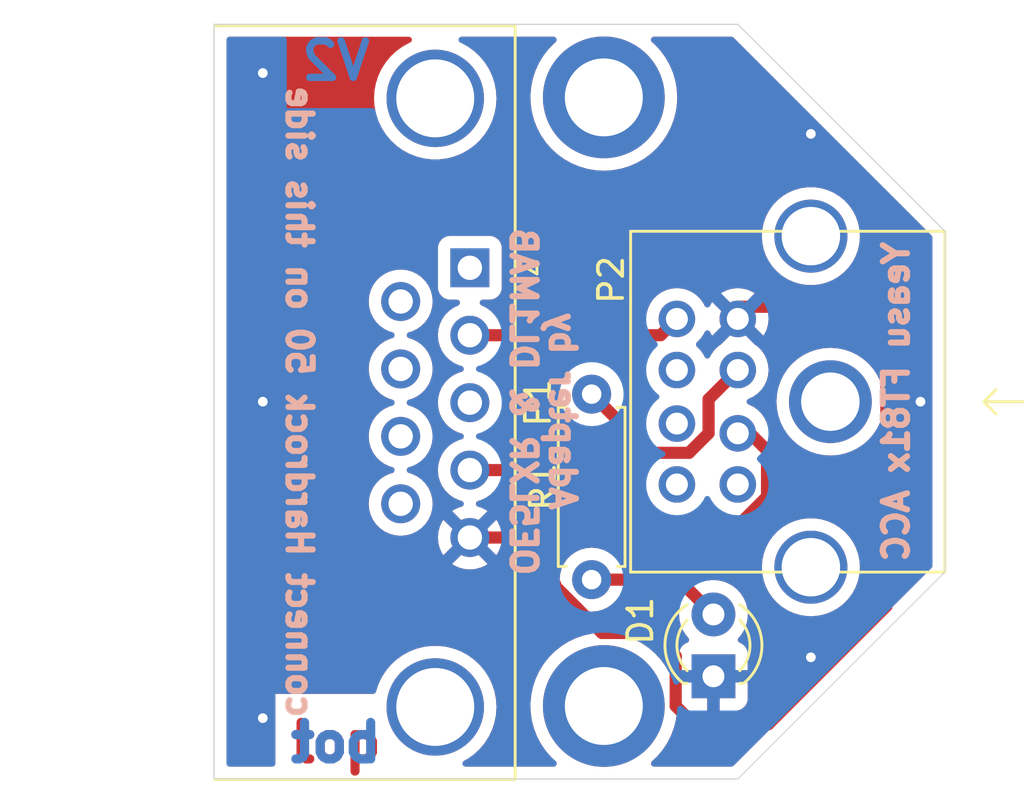
<source format=kicad_pcb>
(kicad_pcb (version 20211014) (generator pcbnew)
  (title_block (date "2023-04-08") (rev "2") (company "generationmake"))
  (layers (0 "F.Cu" signal) (31 "B.Cu" signal) (34 "B.Paste" user) (35 "F.Paste" user) (36 "B.SilkS" user "B.Silkscreen") (37 "F.SilkS" user "F.Silkscreen") (38 "B.Mask" user) (39 "F.Mask" user) (44 "Edge.Cuts" user))
  (net 0 "")
  (net 1 "GND")
  (net 2 "/PTT")
  (net 3 "/BAND_DATA")
  (net 4 "Net-(D1-Pad2)")
  (net 5 "/+13.8V")
  (footprint "mechanical-connectors:MiniDIN_8" (layer "F.Cu") (at 116 126.5 90)
    (fp_text reference "P2" (at 5 -13.7 90) (layer "F.SilkS"))
    (fp_text value "KMDGX-8S-BS")
    (fp_line (start 0 3.2) (end 0 1.6) (layer "F.SilkS") (width 0.12))
    (fp_line (start 0 1.6) (end 0.5 2.1) (layer "F.SilkS") (width 0.12))
    (fp_line (start -7 -12.9) (end 7 -12.9) (layer "F.SilkS") (width 0.12))
    (fp_line (start 7 0) (end -7 0) (layer "F.SilkS") (width 0.12))
    (fp_line (start -7 0) (end -7 -12.9) (layer "F.SilkS") (width 0.12))
    (fp_line (start 7 -12.9) (end 7 0) (layer "F.SilkS") (width 0.12))
    (fp_line (start 0 1.6) (end -0.5 2.1) (layer "F.SilkS") (width 0.12))
    (pad "0" thru_hole circle locked (at 6.8 -5.5 90) (size 3 3) (drill 2.4) (layers *.Cu *.Mask))
    (pad "0" thru_hole circle locked (at 0 -4.7 90) (size 3.4 3.4) (drill 2.4) (layers *.Cu *.Mask))
    (pad "0" thru_hole circle locked (at -6.8 -5.5 90) (size 3 3) (drill 2.4) (layers *.Cu *.Mask))
    (pad "1" thru_hole circle locked (at 1.3 -8.5 90) (size 1.5 1.5) (drill 0.9) (layers *.Cu *.Mask) (net 5 "/+13.8V"))
    (pad "2" thru_hole circle locked (at -1.3 -8.5 90) (size 1.5 1.5) (drill 0.9) (layers *.Cu *.Mask) (net 2 "/PTT"))
    (pad "3" thru_hole circle locked (at 3.4 -8.5 90) (size 1.5 1.5) (drill 0.9) (layers *.Cu *.Mask) (net 1 "GND"))
    (pad "4" thru_hole circle locked (at 1.3 -11 90) (size 1.5 1.5) (drill 0.9) (layers *.Cu *.Mask))
    (pad "5" thru_hole circle locked (at -3.4 -8.5 90) (size 1.5 1.5) (drill 0.9) (layers *.Cu *.Mask))
    (pad "6" thru_hole circle locked (at 3.4 -11 90) (size 1.5 1.5) (drill 0.9) (layers *.Cu *.Mask) (net 3 "/BAND_DATA"))
    (pad "7" thru_hole circle locked (at -0.9 -11 90) (size 1.5 1.5) (drill 0.9) (layers *.Cu *.Mask))
    (pad "8" thru_hole circle locked (at -3.4 -11 90) (size 1.5 1.5) (drill 0.9) (layers *.Cu *.Mask))
  )
  (footprint "Connector_Dsub:DSUB-9_Male_Horizontal_P2.77x2.84mm_EdgePinOffset7.70mm_Housed_MountingHolesOffset9.12mm" (layer "F.Cu") (at 96.5 121 -90)
    (fp_text reference "P1" (at 5.54 -2.8 90) (layer "F.SilkS"))
    (fp_text value "LD09P33E4GX00LF")
    (fp_line (start 21.025 -1.86) (end 21.025 10.48) (layer "F.SilkS") (width 0.12))
    (fp_line (start -9.945 10.48) (end -9.945 -1.86) (layer "F.SilkS") (width 0.12))
    (fp_line (start -9.945 -1.86) (end 21.025 -1.86) (layer "F.SilkS") (width 0.12))
    (fp_line (start -0.25 -2.754338) (end 0.25 -2.754338) (layer "F.SilkS") (width 0.12))
    (fp_line (start 0.25 -2.754338) (end 0 -2.321325) (layer "F.SilkS") (width 0.12))
    (fp_line (start 0 -2.321325) (end -0.25 -2.754338) (layer "F.SilkS") (width 0.12))
    (pad "0" thru_hole circle (at -6.96 1.42 270) (size 4 4) (drill 3.2) (layers *.Cu *.Mask))
    (pad "0" thru_hole circle (at 18.04 1.42 270) (size 4 4) (drill 3.2) (layers *.Cu *.Mask))
    (pad "1" thru_hole rect (at 0 0 270) (size 1.6 1.6) (drill 1) (layers *.Cu *.Mask))
    (pad "2" thru_hole circle (at 2.77 0 270) (size 1.6 1.6) (drill 1) (layers *.Cu *.Mask) (net 3 "/BAND_DATA"))
    (pad "3" thru_hole circle (at 5.54 0 270) (size 1.6 1.6) (drill 1) (layers *.Cu *.Mask))
    (pad "4" thru_hole circle (at 8.31 0 270) (size 1.6 1.6) (drill 1) (layers *.Cu *.Mask) (net 2 "/PTT"))
    (pad "5" thru_hole circle (at 11.08 0 270) (size 1.6 1.6) (drill 1) (layers *.Cu *.Mask) (net 1 "GND"))
    (pad "6" thru_hole circle (at 1.385 2.84 270) (size 1.6 1.6) (drill 1) (layers *.Cu *.Mask))
    (pad "7" thru_hole circle (at 4.155 2.84 270) (size 1.6 1.6) (drill 1) (layers *.Cu *.Mask))
    (pad "8" thru_hole circle (at 6.925 2.84 270) (size 1.6 1.6) (drill 1) (layers *.Cu *.Mask))
    (pad "9" thru_hole circle (at 9.695 2.84 270) (size 1.6 1.6) (drill 1) (layers *.Cu *.Mask))
  )
  (footprint "LED_THT:LED_D3.0mm" (layer "F.Cu") (at 106.5 137.78 90)
    (fp_text reference "D1" (at 2.28 -3 90) (layer "F.SilkS"))
    (fp_text value "150060GS75000")
    (fp_line (start -0.29 1.08) (end -0.29 1.236) (layer "F.SilkS") (width 0.12))
    (fp_line (start -0.29 -1.236) (end -0.29 -1.08) (layer "F.SilkS") (width 0.12))
    (fp_arc (start 2.31113 1.079837) (mid 1.270117 1.5) (end 0.229039 1.08) (layer "F.SilkS") (width 0.12))
    (fp_arc (start 0.229039 -1.08) (mid 1.270117 -1.5) (end 2.31113 -1.079837) (layer "F.SilkS") (width 0.12))
    (fp_arc (start 2.942335 1.078608) (mid 1.366487 1.987659) (end -0.29 1.235516) (layer "F.SilkS") (width 0.12))
    (fp_arc (start -0.29 -1.235516) (mid 1.366487 -1.987659) (end 2.942335 -1.078608) (layer "F.SilkS") (width 0.12))
    (pad "1" thru_hole rect (at 0 0 90) (size 1.8 1.8) (drill 0.9) (layers *.Cu *.Mask) (net 1 "GND"))
    (pad "2" thru_hole circle (at 2.54 0 90) (size 1.8 1.8) (drill 0.9) (layers *.Cu *.Mask) (net 4 "Net-(D1-Pad2)"))
  )
  (footprint "Resistor_THT:R_Axial_DIN0207_L6.3mm_D2.5mm_P7.62mm_Horizontal" (layer "F.Cu") (at 101.5 126.19 -90)
    (fp_text reference "R1" (at 3.81 2 -90) (layer "F.SilkS"))
    (fp_text value "10k")
    (fp_line (start 7.08 -1.37) (end 7.08 -1.04) (layer "F.SilkS") (width 0.12))
    (fp_line (start 0.54 -1.04) (end 0.54 -1.37) (layer "F.SilkS") (width 0.12))
    (fp_line (start 0.54 1.37) (end 7.08 1.37) (layer "F.SilkS") (width 0.12))
    (fp_line (start 7.08 1.37) (end 7.08 1.04) (layer "F.SilkS") (width 0.12))
    (fp_line (start 0.54 1.04) (end 0.54 1.37) (layer "F.SilkS") (width 0.12))
    (fp_line (start 0.54 -1.37) (end 7.08 -1.37) (layer "F.SilkS") (width 0.12))
    (pad "1" thru_hole circle (at 0 0 270) (size 1.6 1.6) (drill 0.8) (layers *.Cu *.Mask) (net 5 "/+13.8V"))
    (pad "2" thru_hole oval (at 7.62 0 270) (size 1.6 1.6) (drill 0.8) (layers *.Cu *.Mask) (net 4 "Net-(D1-Pad2)"))
  )
  (footprint "MECH_mounting_holes:MHP_3.2_5.0" (layer "F.Cu") (at 102 114)
    (fp_text reference "MECH1" hide)
    (fp_text value "MHP_3.2_5.0")
    (pad "1" thru_hole circle locked (at 0 0) (size 5 5) (drill 3.2) (layers *.Cu *.Mask))
  )
  (footprint "MECH_mounting_holes:MHP_3.2_5.0" (layer "F.Cu") (at 102 139)
    (fp_text reference "MECH2" hide)
    (fp_text value "MHP_3.2_5.0")
    (pad "1" thru_hole circle locked (at 0 0) (size 5 5) (drill 3.2) (layers *.Cu *.Mask))
  )
  (gr_line (start 86 142) (end 86 111) (layer "Edge.Cuts") (width 0.05))
  (gr_line (start 116 119.5) (end 116 133.5) (layer "Edge.Cuts") (width 0.05))
  (gr_line (start 107.5 142) (end 86 142) (layer "Edge.Cuts") (width 0.05))
  (gr_line (start 116 119.5) (end 107.5 111) (layer "Edge.Cuts") (width 0.05))
  (gr_line (start 116 133.5) (end 107.5 142) (layer "Edge.Cuts") (width 0.05))
  (gr_line (start 86 111) (end 107.5 111) (layer "Edge.Cuts") (width 0.05))
  (gr_text "top" (at 91 140.5) (layer "F.Cu") (effects (font (size 1.5 1.5) (thickness 0.375))))
  (gr_text "bot" (at 91 140.5) (layer "B.Cu") (effects (font (size 1.5 1.5) (thickness 0.375)) (justify mirror)))
  (gr_text "V2" (at 91 112.5) (layer "B.Cu") (effects (font (size 1.5 1.5) (thickness 0.3)) (justify mirror)))
  (gr_text "Adapter by \nOE5LXR & DL1MAB" (at 99.5 126.5 -90) (layer "B.SilkS") (effects (font (size 1 1) (thickness 0.25)) (justify mirror)))
  (gr_text "Yeasu FT81x ACC" (at 114 126.5 90) (layer "B.SilkS") (effects (font (size 1 1) (thickness 0.25)) (justify mirror)))
  (gr_text "connect Hardrock 50 on this side" (at 89.5 126.5 270) (layer "B.SilkS") (effects (font (size 1 1) (thickness 0.25)) (justify mirror)))
  (segment (start 106.5 139.5) (end 106.5 137.78) (width 0.5) (layer "F.Cu") (net 1))
  (segment (start 100 134) (end 99 133) (width 0.5) (layer "F.Cu") (net 1))
  (segment (start 101.922233 136) (end 104 136) (width 0.5) (layer "F.Cu") (net 1))
  (segment (start 104.95 136.95) (end 104.95 139) (width 0.5) (layer "F.Cu") (net 1))
  (segment (start 107.5 122.6) (end 112 122.6) (width 0.5) (layer "F.Cu") (net 1))
  (segment (start 99 133) (end 99 133.077767) (width 0.5) (layer "F.Cu") (net 1))
  (segment (start 113.6 124.2) (end 113.6 134.9) (width 0.5) (layer "F.Cu") (net 1))
  (segment (start 106.7493 139.7493) (end 107 139.7493) (width 0.5) (layer "F.Cu") (net 1))
  (segment (start 112 122.6) (end 113.6 124.2) (width 0.5) (layer "F.Cu") (net 1))
  (segment (start 100.982233 135.06) (end 100 134.077767) (width 0.5) (layer "F.Cu") (net 1))
  (segment (start 97.92 132.08) (end 96.5 132.08) (width 0.5) (layer "F.Cu") (net 1))
  (segment (start 113.6 134.9) (end 109.1 139.4) (width 0.5) (layer "F.Cu") (net 1))
  (segment (start 105.6993 139.7493) (end 106.7493 139.7493) (width 0.5) (layer "F.Cu") (net 1))
  (segment (start 106.7493 139.7493) (end 106.5 139.5) (width 0.5) (layer "F.Cu") (net 1))
  (segment (start 100 134.077767) (end 100 134) (width 0.5) (layer "F.Cu") (net 1))
  (segment (start 99 133) (end 98.08 132.08) (width 0.5) (layer "F.Cu") (net 1))
  (segment (start 107 139.7493) (end 108.7507 139.7493) (width 0.5) (layer "F.Cu") (net 1))
  (segment (start 99 133.077767) (end 101.922233 136) (width 0.5) (layer "F.Cu") (net 1))
  (segment (start 104.95 139) (end 105.6993 139.7493) (width 0.5) (layer "F.Cu") (net 1))
  (segment (start 108.7507 139.7493) (end 109.1 139.4) (width 0.5) (layer "F.Cu") (net 1))
  (segment (start 104 136) (end 104.95 136.95) (width 0.5) (layer "F.Cu") (net 1))
  (segment (start 98.08 132.08) (end 97.92 132.08) (width 0.5) (layer "F.Cu") (net 1))
  (via (at 110.5 137) (size 0.8) (drill 0.4) (layers "F.Cu" "B.Cu") (net 1))
  (via (at 88 113) (size 0.8) (drill 0.4) (layers "F.Cu" "B.Cu") (net 1))
  (via (at 115 126.5) (size 0.8) (drill 0.4) (layers "F.Cu" "B.Cu") (net 1))
  (via (at 88 139.5) (size 0.8) (drill 0.4) (layers "F.Cu" "B.Cu") (net 1))
  (via (at 88 126.5) (size 0.8) (drill 0.4) (layers "F.Cu" "B.Cu") (net 1))
  (via (at 110.5 115.5) (size 0.8) (drill 0.4) (layers "F.Cu" "B.Cu") (net 1))
  (segment (start 108.700001 130.399999) (end 108.700001 128.500001) (width 0.5) (layer "F.Cu") (net 2))
  (segment (start 107.3 131.8) (end 108.700001 130.399999) (width 0.5) (layer "F.Cu") (net 2))
  (segment (start 108.700001 128.500001) (end 107.5 127.3) (width 0.5) (layer "F.Cu") (net 2))
  (segment (start 102.01 129.31) (end 104.5 131.8) (width 0.5) (layer "F.Cu") (net 2))
  (segment (start 104.5 131.8) (end 107.3 131.8) (width 0.5) (layer "F.Cu") (net 2))
  (segment (start 96.5 129.31) (end 102.01 129.31) (width 0.5) (layer "F.Cu") (net 2))
  (segment (start 100.33 123.77) (end 104.33 123.77) (width 0.5) (layer "F.Cu") (net 3))
  (segment (start 104.33 123.77) (end 105 123.1) (width 0.5) (layer "F.Cu") (net 3))
  (segment (start 96.5 123.77) (end 100.33 123.77) (width 0.5) (layer "F.Cu") (net 3))
  (segment (start 101.5 133.81) (end 105.07 133.81) (width 0.5) (layer "F.Cu") (net 4))
  (segment (start 105.07 133.81) (end 106.5 135.24) (width 0.5) (layer "F.Cu") (net 4))
  (segment (start 106.3 127.797057) (end 105.497057 128.6) (width 0.5) (layer "F.Cu") (net 5))
  (segment (start 107.5 125.2) (end 106.3 126.4) (width 0.5) (layer "F.Cu") (net 5))
  (segment (start 103.91 128.6) (end 101.5 126.19) (width 0.5) (layer "F.Cu") (net 5))
  (segment (start 106.3 126.4) (end 106.3 127.797057) (width 0.5) (layer "F.Cu") (net 5))
  (segment (start 105.497057 128.6) (end 103.91 128.6) (width 0.5) (layer "F.Cu") (net 5))
  (zone (net 1) (net_name "GND") (layer "F.Cu") (connect_pads (clearance 0.508)) (min_thickness 0.254) (fill yes (thermal_gap 0.508) (thermal_bridge_width 0.508))
    (polygon (pts (xy 117 143) (xy 85 143) (xy 85 110) (xy 117 110)))
  )
  (zone (net 1) (net_name "GND") (layer "B.Cu") (connect_pads (clearance 0.508)) (min_thickness 0.254) (fill yes (thermal_gap 0.508) (thermal_bridge_width 0.508))
    (polygon (pts (xy 117 143) (xy 85 143) (xy 85 110) (xy 117 110)))
  )
)
</source>
